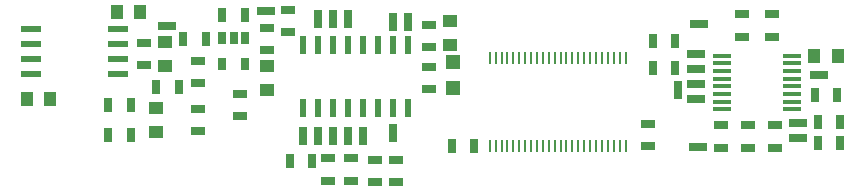
<source format=gbr>
G04 #@! TF.FileFunction,Paste,Top*
%FSLAX46Y46*%
G04 Gerber Fmt 4.6, Leading zero omitted, Abs format (unit mm)*
G04 Created by KiCad (PCBNEW 4.0.7) date Wednesday, December 13, 2017 'PMt' 06:01:11 PM*
%MOMM*%
%LPD*%
G01*
G04 APERTURE LIST*
%ADD10C,0.100000*%
%ADD11R,1.000000X1.250000*%
%ADD12R,1.250000X1.000000*%
%ADD13R,1.200000X1.200000*%
%ADD14R,0.700000X1.300000*%
%ADD15R,1.300000X0.700000*%
%ADD16R,1.600000X0.800000*%
%ADD17R,0.800000X1.600000*%
%ADD18R,1.500000X0.450000*%
%ADD19R,1.750000X0.550000*%
%ADD20R,0.600000X1.500000*%
%ADD21R,0.650000X1.060000*%
%ADD22R,0.285000X1.000000*%
G04 APERTURE END LIST*
D10*
D11*
X179308000Y-90932000D03*
X177308000Y-90932000D03*
X171688000Y-98298000D03*
X169688000Y-98298000D03*
D12*
X205486000Y-93710000D03*
X205486000Y-91710000D03*
X189992000Y-97520000D03*
X189992000Y-95520000D03*
X180594000Y-101076000D03*
X180594000Y-99076000D03*
X181356000Y-93488000D03*
X181356000Y-95488000D03*
D11*
X238363000Y-94615000D03*
X236363000Y-94615000D03*
D13*
X205740000Y-95166000D03*
X205740000Y-97366000D03*
D14*
X182946000Y-93218000D03*
X184846000Y-93218000D03*
D15*
X184150000Y-95062000D03*
X184150000Y-96962000D03*
D14*
X178496000Y-98806000D03*
X176596000Y-98806000D03*
D15*
X195199000Y-103317000D03*
X195199000Y-105217000D03*
X197104000Y-103317000D03*
X197104000Y-105217000D03*
X203708000Y-97470000D03*
X203708000Y-95570000D03*
X199136000Y-103444000D03*
X199136000Y-105344000D03*
X203708000Y-93914000D03*
X203708000Y-92014000D03*
X184150000Y-99126000D03*
X184150000Y-101026000D03*
D14*
X180660000Y-97282000D03*
X182560000Y-97282000D03*
X236413000Y-97917000D03*
X238313000Y-97917000D03*
X193863000Y-103505000D03*
X191963000Y-103505000D03*
D15*
X200914000Y-105344000D03*
X200914000Y-103444000D03*
D14*
X176596000Y-101346000D03*
X178496000Y-101346000D03*
D15*
X191770000Y-90744000D03*
X191770000Y-92644000D03*
X187706000Y-97856000D03*
X187706000Y-99756000D03*
X189992000Y-92268000D03*
X189992000Y-94168000D03*
D14*
X186248000Y-91186000D03*
X188148000Y-91186000D03*
D15*
X179578000Y-93538000D03*
X179578000Y-95438000D03*
D14*
X205679000Y-102235000D03*
X207579000Y-102235000D03*
D15*
X222250000Y-100396000D03*
X222250000Y-102296000D03*
X230759000Y-100523000D03*
X230759000Y-102423000D03*
X228473000Y-100523000D03*
X228473000Y-102423000D03*
D14*
X224597000Y-95631000D03*
X222697000Y-95631000D03*
X224597000Y-93345000D03*
X222697000Y-93345000D03*
D15*
X230251000Y-93025000D03*
X230251000Y-91125000D03*
X232791000Y-93025000D03*
X232791000Y-91125000D03*
D14*
X238567000Y-101981000D03*
X236667000Y-101981000D03*
X238567000Y-100203000D03*
X236667000Y-100203000D03*
D15*
X233045000Y-100523000D03*
X233045000Y-102423000D03*
D16*
X181518000Y-92070000D03*
D17*
X200665000Y-91729000D03*
X193045000Y-101381000D03*
X198125000Y-101381000D03*
X201935000Y-91729000D03*
D16*
X226349000Y-97023000D03*
D17*
X196855000Y-91475000D03*
X194315000Y-101381000D03*
X200665000Y-101127000D03*
D16*
X189900000Y-90800000D03*
X234985000Y-100325000D03*
X226349000Y-94483000D03*
X234985000Y-101595000D03*
D17*
X224785000Y-97501000D03*
D16*
X226603000Y-91943000D03*
X226533000Y-102367000D03*
X226349000Y-98293000D03*
X226349000Y-95753000D03*
X236763000Y-96261000D03*
D17*
X195585000Y-91475000D03*
X194315000Y-91475000D03*
X196855000Y-101381000D03*
X195585000Y-101381000D03*
D18*
X228571000Y-94626000D03*
X228571000Y-95276000D03*
X228571000Y-95926000D03*
X228571000Y-96576000D03*
X228571000Y-97226000D03*
X228571000Y-97876000D03*
X228571000Y-98526000D03*
X228571000Y-99176000D03*
X234471000Y-99176000D03*
X234471000Y-98526000D03*
X234471000Y-97876000D03*
X234471000Y-97226000D03*
X234471000Y-96576000D03*
X234471000Y-95926000D03*
X234471000Y-95276000D03*
X234471000Y-94626000D03*
D19*
X170036000Y-92329000D03*
X170036000Y-93599000D03*
X170036000Y-94869000D03*
X170036000Y-96139000D03*
X177436000Y-96139000D03*
X177436000Y-94869000D03*
X177436000Y-93599000D03*
X177436000Y-92329000D03*
D20*
X201930000Y-93693000D03*
X200660000Y-93693000D03*
X199390000Y-93693000D03*
X198120000Y-93693000D03*
X196850000Y-93693000D03*
X195580000Y-93693000D03*
X194310000Y-93693000D03*
X193040000Y-93693000D03*
X193040000Y-99093000D03*
X194310000Y-99093000D03*
X195580000Y-99093000D03*
X196850000Y-99093000D03*
X198120000Y-99093000D03*
X199390000Y-99093000D03*
X200660000Y-99093000D03*
X201930000Y-99093000D03*
D21*
X188148000Y-93134000D03*
X187198000Y-93134000D03*
X186248000Y-93134000D03*
X186248000Y-95334000D03*
X188148000Y-95334000D03*
D22*
X208880000Y-102302000D03*
X209380000Y-102302000D03*
X209880000Y-102302000D03*
X210380000Y-102302000D03*
X210880000Y-102302000D03*
X211380000Y-102302000D03*
X211880000Y-102302000D03*
X212380000Y-102302000D03*
X212880000Y-102302000D03*
X213380000Y-102302000D03*
X213880000Y-102302000D03*
X214380000Y-102302000D03*
X214880000Y-102302000D03*
X215380000Y-102302000D03*
X215880000Y-102302000D03*
X216380000Y-102302000D03*
X216880000Y-102302000D03*
X217380000Y-102302000D03*
X217880000Y-102302000D03*
X218380000Y-102302000D03*
X218880000Y-102302000D03*
X219380000Y-102302000D03*
X219880000Y-102302000D03*
X220380000Y-102302000D03*
X220380000Y-94802000D03*
X219880000Y-94802000D03*
X219380000Y-94802000D03*
X218880000Y-94802000D03*
X218380000Y-94802000D03*
X217880000Y-94802000D03*
X217380000Y-94802000D03*
X216880000Y-94802000D03*
X216380000Y-94802000D03*
X215880000Y-94802000D03*
X215380000Y-94802000D03*
X214880000Y-94802000D03*
X214380000Y-94802000D03*
X213880000Y-94802000D03*
X213380000Y-94802000D03*
X212880000Y-94802000D03*
X212380000Y-94802000D03*
X211880000Y-94802000D03*
X211380000Y-94802000D03*
X210880000Y-94802000D03*
X210380000Y-94802000D03*
X209880000Y-94802000D03*
X209380000Y-94802000D03*
X208880000Y-94802000D03*
M02*

</source>
